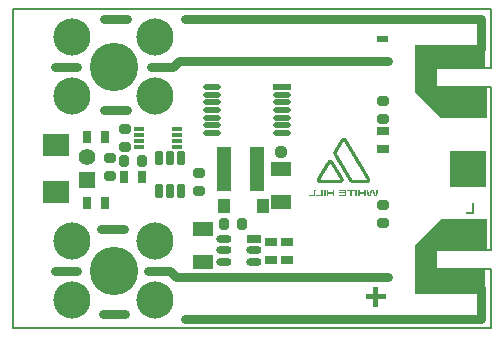
<source format=gbs>
G04*
G04 #@! TF.GenerationSoftware,Altium Limited,Altium Designer,20.0.11 (256)*
G04*
G04 Layer_Color=16711935*
%FSLAX25Y25*%
%MOIN*%
G70*
G01*
G75*
%ADD10C,0.03000*%
%ADD11C,0.00600*%
%ADD12R,0.03943X0.03156*%
%ADD14R,0.03156X0.03943*%
G04:AMPARAMS|DCode=15|XSize=39.43mil|YSize=31.56mil|CornerRadius=6.13mil|HoleSize=0mil|Usage=FLASHONLY|Rotation=270.000|XOffset=0mil|YOffset=0mil|HoleType=Round|Shape=RoundedRectangle|*
%AMROUNDEDRECTD15*
21,1,0.03943,0.01929,0,0,270.0*
21,1,0.02717,0.03156,0,0,270.0*
1,1,0.01227,-0.00965,-0.01358*
1,1,0.01227,-0.00965,0.01358*
1,1,0.01227,0.00965,0.01358*
1,1,0.01227,0.00965,-0.01358*
%
%ADD15ROUNDEDRECTD15*%
G04:AMPARAMS|DCode=16|XSize=27.62mil|YSize=43.37mil|CornerRadius=4.01mil|HoleSize=0mil|Usage=FLASHONLY|Rotation=0.000|XOffset=0mil|YOffset=0mil|HoleType=Round|Shape=RoundedRectangle|*
%AMROUNDEDRECTD16*
21,1,0.02762,0.03535,0,0,0.0*
21,1,0.01961,0.04337,0,0,0.0*
1,1,0.00802,0.00980,-0.01768*
1,1,0.00802,-0.00980,-0.01768*
1,1,0.00802,-0.00980,0.01768*
1,1,0.00802,0.00980,0.01768*
%
%ADD16ROUNDEDRECTD16*%
%ADD17R,0.03943X0.05124*%
%ADD20R,0.12211X0.12211*%
G04:AMPARAMS|DCode=21|XSize=39.43mil|YSize=31.56mil|CornerRadius=6.13mil|HoleSize=0mil|Usage=FLASHONLY|Rotation=0.000|XOffset=0mil|YOffset=0mil|HoleType=Round|Shape=RoundedRectangle|*
%AMROUNDEDRECTD21*
21,1,0.03943,0.01929,0,0,0.0*
21,1,0.02717,0.03156,0,0,0.0*
1,1,0.01227,0.01358,-0.00965*
1,1,0.01227,-0.01358,-0.00965*
1,1,0.01227,-0.01358,0.00965*
1,1,0.01227,0.01358,0.00965*
%
%ADD21ROUNDEDRECTD21*%
%ADD24R,0.05518X0.05518*%
%ADD25C,0.05518*%
%ADD26C,0.12400*%
%ADD27C,0.16148*%
%ADD64R,0.08900X0.07400*%
%ADD65O,0.05912X0.02172*%
%ADD66R,0.05912X0.02172*%
%ADD67O,0.03550X0.01581*%
%ADD68R,0.07093X0.04731*%
%ADD69C,0.04400*%
%ADD70R,0.05124X0.14967*%
%ADD71R,0.05124X0.02762*%
%ADD72O,0.05124X0.02762*%
G36*
X157449Y94500D02*
X157449Y86664D01*
X141049Y86664D01*
Y80365D01*
X157949D01*
Y69950D01*
X142698D01*
X133949Y78699D01*
X133949Y94500D01*
X157449Y94500D01*
D02*
G37*
G36*
X110349Y63340D02*
X110630D01*
Y63293D01*
X110771D01*
Y63246D01*
X110864D01*
Y63199D01*
X110911D01*
Y63152D01*
X111005D01*
Y63105D01*
X111052D01*
Y63058D01*
X111099D01*
Y63011D01*
X111146D01*
Y62965D01*
X111193D01*
Y62918D01*
X111239D01*
Y62871D01*
Y62824D01*
X111286D01*
Y62777D01*
X111333D01*
Y62730D01*
Y62683D01*
X111380D01*
Y62637D01*
X111427D01*
Y62590D01*
Y62543D01*
X111474D01*
Y62496D01*
Y62449D01*
X111521D01*
Y62402D01*
X111567D01*
Y62355D01*
Y62309D01*
X111614D01*
Y62262D01*
X111661D01*
Y62215D01*
Y62168D01*
X111708D01*
Y62121D01*
Y62074D01*
X111755D01*
Y62027D01*
X111802D01*
Y61980D01*
Y61933D01*
X111849D01*
Y61887D01*
X111896D01*
Y61840D01*
Y61793D01*
X111942D01*
Y61746D01*
Y61699D01*
X111989D01*
Y61652D01*
X112036D01*
Y61605D01*
Y61559D01*
X112083D01*
Y61512D01*
Y61465D01*
X112130D01*
Y61418D01*
X112177D01*
Y61371D01*
Y61324D01*
X112224D01*
Y61277D01*
X112270D01*
Y61230D01*
Y61184D01*
X112317D01*
Y61137D01*
Y61090D01*
X112364D01*
Y61043D01*
X112411D01*
Y60996D01*
Y60949D01*
X112458D01*
Y60902D01*
Y60856D01*
X112505D01*
Y60809D01*
X112552D01*
Y60762D01*
Y60715D01*
X112599D01*
Y60668D01*
Y60621D01*
X112645D01*
Y60574D01*
X112692D01*
Y60527D01*
Y60480D01*
X112739D01*
Y60434D01*
Y60387D01*
X112786D01*
Y60340D01*
X112833D01*
Y60293D01*
Y60246D01*
X112880D01*
Y60199D01*
X112927D01*
Y60152D01*
Y60106D01*
X112973D01*
Y60059D01*
Y60012D01*
X113020D01*
Y59965D01*
X113067D01*
Y59918D01*
Y59871D01*
X113114D01*
Y59824D01*
Y59777D01*
X113161D01*
Y59731D01*
X113208D01*
Y59684D01*
Y59637D01*
X113255D01*
Y59590D01*
Y59543D01*
X113302D01*
Y59496D01*
X113348D01*
Y59449D01*
Y59403D01*
X113395D01*
Y59356D01*
Y59309D01*
X113442D01*
Y59262D01*
X113489D01*
Y59215D01*
Y59168D01*
X113536D01*
Y59121D01*
Y59074D01*
X113583D01*
Y59028D01*
X113630D01*
Y58981D01*
Y58934D01*
X113677D01*
Y58887D01*
Y58840D01*
X113723D01*
Y58793D01*
X113770D01*
Y58746D01*
Y58700D01*
X113817D01*
Y58653D01*
Y58606D01*
X113864D01*
Y58559D01*
X113911D01*
Y58512D01*
Y58465D01*
X113958D01*
Y58418D01*
Y58371D01*
X114005D01*
Y58324D01*
X114051D01*
Y58278D01*
Y58231D01*
X114098D01*
Y58184D01*
Y58137D01*
X114145D01*
Y58090D01*
X114192D01*
Y58043D01*
Y57996D01*
X114239D01*
Y57950D01*
Y57903D01*
X114286D01*
Y57856D01*
X114333D01*
Y57809D01*
Y57762D01*
X114380D01*
Y57715D01*
Y57668D01*
X114427D01*
Y57622D01*
X114473D01*
Y57575D01*
Y57528D01*
X114520D01*
Y57481D01*
Y57434D01*
X114567D01*
Y57387D01*
X114614D01*
Y57340D01*
Y57293D01*
X114661D01*
Y57247D01*
Y57200D01*
X114708D01*
Y57153D01*
Y57106D01*
X114755D01*
Y57059D01*
X114801D01*
Y57012D01*
Y56965D01*
X114848D01*
Y56919D01*
Y56872D01*
X114895D01*
Y56825D01*
X114942D01*
Y56778D01*
Y56731D01*
X114989D01*
Y56684D01*
Y56637D01*
X115036D01*
Y56590D01*
X115083D01*
Y56543D01*
Y56497D01*
X115129D01*
Y56450D01*
Y56403D01*
X115176D01*
Y56356D01*
X115223D01*
Y56309D01*
Y56262D01*
X115270D01*
Y56215D01*
Y56169D01*
X115317D01*
Y56122D01*
X115364D01*
Y56075D01*
Y56028D01*
X115411D01*
Y55981D01*
Y55934D01*
X115458D01*
Y55887D01*
X115505D01*
Y55840D01*
Y55794D01*
X115551D01*
Y55747D01*
Y55700D01*
X115598D01*
Y55653D01*
X115645D01*
Y55606D01*
Y55559D01*
X115692D01*
Y55512D01*
Y55466D01*
X115739D01*
Y55419D01*
X115786D01*
Y55372D01*
Y55325D01*
X115833D01*
Y55278D01*
Y55231D01*
X115879D01*
Y55184D01*
Y55137D01*
X115926D01*
Y55090D01*
X115973D01*
Y55044D01*
Y54997D01*
X116020D01*
Y54950D01*
Y54903D01*
X116067D01*
Y54856D01*
X116114D01*
Y54809D01*
Y54763D01*
X116161D01*
Y54716D01*
Y54669D01*
X116208D01*
Y54622D01*
X116254D01*
Y54575D01*
Y54528D01*
X116301D01*
Y54481D01*
Y54434D01*
X116348D01*
Y54387D01*
X116395D01*
Y54341D01*
Y54294D01*
X116442D01*
Y54247D01*
Y54200D01*
X116489D01*
Y54153D01*
X116536D01*
Y54106D01*
Y54059D01*
X116583D01*
Y54013D01*
Y53966D01*
X116629D01*
Y53919D01*
X116676D01*
Y53872D01*
Y53825D01*
X116723D01*
Y53778D01*
Y53731D01*
X116770D01*
Y53685D01*
Y53638D01*
X116817D01*
Y53591D01*
X116864D01*
Y53544D01*
Y53497D01*
X116911D01*
Y53450D01*
Y53403D01*
X116957D01*
Y53356D01*
X117004D01*
Y53310D01*
Y53263D01*
X117051D01*
Y53216D01*
Y53169D01*
X117098D01*
Y53122D01*
X117145D01*
Y53075D01*
Y53028D01*
X117192D01*
Y52981D01*
Y52934D01*
X117239D01*
Y52888D01*
X117286D01*
Y52841D01*
Y52794D01*
X117332D01*
Y52747D01*
Y52700D01*
X117379D01*
Y52653D01*
X117426D01*
Y52606D01*
Y52560D01*
X117473D01*
Y52513D01*
Y52466D01*
X117520D01*
Y52419D01*
X117567D01*
Y52372D01*
Y52325D01*
X117614D01*
Y52278D01*
Y52232D01*
X117660D01*
Y52185D01*
Y52138D01*
X117707D01*
Y52091D01*
X117754D01*
Y52044D01*
Y51997D01*
X117801D01*
Y51950D01*
Y51903D01*
X117848D01*
Y51856D01*
X117895D01*
Y51810D01*
Y51763D01*
X117942D01*
Y51716D01*
Y51669D01*
X117989D01*
Y51622D01*
X118035D01*
Y51575D01*
Y51528D01*
X118082D01*
Y51482D01*
Y51435D01*
X118129D01*
Y51388D01*
X118176D01*
Y51341D01*
Y51294D01*
X118223D01*
Y51247D01*
Y51200D01*
X118270D01*
Y51153D01*
X118317D01*
Y51107D01*
Y51060D01*
X118363D01*
Y51013D01*
Y50966D01*
X118410D01*
Y50919D01*
Y50872D01*
X118457D01*
Y50825D01*
X118504D01*
Y50779D01*
Y50732D01*
X118551D01*
Y50685D01*
Y50638D01*
X118598D01*
Y50591D01*
X118645D01*
Y50544D01*
Y50497D01*
X118692D01*
Y50450D01*
Y50404D01*
X118738D01*
Y50357D01*
X118785D01*
Y50310D01*
Y50263D01*
X118832D01*
Y50216D01*
Y50169D01*
X118879D01*
Y50122D01*
Y50076D01*
X118926D01*
Y50029D01*
Y49982D01*
X118973D01*
Y49935D01*
Y49888D01*
X119020D01*
Y49841D01*
Y49794D01*
Y49747D01*
Y49700D01*
X119067D01*
Y49654D01*
Y49607D01*
Y49560D01*
Y49513D01*
X119020D01*
Y49466D01*
Y49419D01*
Y49372D01*
Y49326D01*
Y49279D01*
Y49232D01*
Y49185D01*
Y49138D01*
X118973D01*
Y49091D01*
Y49044D01*
Y48998D01*
X118926D01*
Y48951D01*
Y48904D01*
X118879D01*
Y48857D01*
Y48810D01*
X118832D01*
Y48763D01*
Y48716D01*
X118785D01*
Y48669D01*
X118738D01*
Y48623D01*
X118692D01*
Y48576D01*
X118645D01*
Y48529D01*
X118598D01*
Y48482D01*
X118504D01*
Y48435D01*
X118410D01*
Y48388D01*
X118317D01*
Y48341D01*
X118129D01*
Y48294D01*
X113208D01*
Y48341D01*
X112833D01*
Y48388D01*
X112692D01*
Y48435D01*
X112599D01*
Y48482D01*
X112552D01*
Y48529D01*
X112458D01*
Y48576D01*
X112411D01*
Y48623D01*
X112364D01*
Y48669D01*
X112317D01*
Y48716D01*
X112270D01*
Y48763D01*
X112224D01*
Y48810D01*
Y48857D01*
X112177D01*
Y48904D01*
X112130D01*
Y48951D01*
Y48998D01*
X112083D01*
Y49044D01*
Y49091D01*
X112036D01*
Y49138D01*
X111989D01*
Y49185D01*
Y49232D01*
X111942D01*
Y49279D01*
X111896D01*
Y49326D01*
Y49372D01*
X111849D01*
Y49419D01*
Y49466D01*
X111802D01*
Y49513D01*
X111755D01*
Y49560D01*
Y49607D01*
X111708D01*
Y49654D01*
Y49700D01*
X111661D01*
Y49747D01*
X111614D01*
Y49794D01*
Y49841D01*
X111567D01*
Y49888D01*
Y49935D01*
X111521D01*
Y49982D01*
X111474D01*
Y50029D01*
Y50076D01*
X111427D01*
Y50122D01*
Y50169D01*
X111380D01*
Y50216D01*
X111333D01*
Y50263D01*
Y50310D01*
X111286D01*
Y50357D01*
Y50404D01*
X111239D01*
Y50450D01*
X111193D01*
Y50497D01*
Y50544D01*
X111146D01*
Y50591D01*
Y50638D01*
X111099D01*
Y50685D01*
X111052D01*
Y50732D01*
Y50779D01*
X111005D01*
Y50825D01*
Y50872D01*
X110958D01*
Y50919D01*
X110911D01*
Y50966D01*
Y51013D01*
X110864D01*
Y51060D01*
Y51107D01*
X110818D01*
Y51153D01*
X110771D01*
Y51200D01*
Y51247D01*
X110724D01*
Y51294D01*
Y51341D01*
X110677D01*
Y51388D01*
X110630D01*
Y51435D01*
Y51482D01*
X110583D01*
Y51528D01*
Y51575D01*
X110536D01*
Y51622D01*
X110489D01*
Y51669D01*
Y51716D01*
X110443D01*
Y51763D01*
Y51810D01*
X110396D01*
Y51856D01*
X110349D01*
Y51903D01*
Y51950D01*
X110302D01*
Y51997D01*
Y52044D01*
X110255D01*
Y52091D01*
X110208D01*
Y52138D01*
Y52185D01*
X110161D01*
Y52232D01*
Y52278D01*
X110115D01*
Y52325D01*
Y52372D01*
X110068D01*
Y52419D01*
X110021D01*
Y52466D01*
Y52513D01*
X109974D01*
Y52560D01*
Y52606D01*
X109927D01*
Y52653D01*
X109880D01*
Y52700D01*
Y52747D01*
X109833D01*
Y52794D01*
Y52841D01*
X109786D01*
Y52888D01*
X109739D01*
Y52934D01*
Y52981D01*
X109693D01*
Y53028D01*
Y53075D01*
X109646D01*
Y53122D01*
X109599D01*
Y53169D01*
Y53216D01*
X109552D01*
Y53263D01*
Y53310D01*
X109505D01*
Y53356D01*
X109458D01*
Y53403D01*
Y53450D01*
X109411D01*
Y53497D01*
Y53544D01*
X109365D01*
Y53591D01*
Y53638D01*
X109318D01*
Y53685D01*
X109271D01*
Y53731D01*
Y53778D01*
X109224D01*
Y53825D01*
Y53872D01*
X109177D01*
Y53919D01*
X109130D01*
Y53966D01*
Y54013D01*
X109083D01*
Y54059D01*
Y54106D01*
X109037D01*
Y54153D01*
X108990D01*
Y54200D01*
Y54247D01*
X108943D01*
Y54294D01*
Y54341D01*
X108896D01*
Y54387D01*
Y54434D01*
X108849D01*
Y54481D01*
X108802D01*
Y54528D01*
Y54575D01*
X108755D01*
Y54622D01*
Y54669D01*
X108708D01*
Y54716D01*
X108661D01*
Y54763D01*
Y54809D01*
X108615D01*
Y54856D01*
Y54903D01*
X108568D01*
Y54950D01*
X108521D01*
Y54997D01*
Y55044D01*
X108474D01*
Y55090D01*
Y55137D01*
X108427D01*
Y55184D01*
Y55231D01*
X108380D01*
Y55278D01*
X108333D01*
Y55325D01*
Y55372D01*
X108287D01*
Y55419D01*
Y55466D01*
X108240D01*
Y55512D01*
X108193D01*
Y55559D01*
Y55606D01*
X108146D01*
Y55653D01*
Y55700D01*
X108099D01*
Y55747D01*
Y55794D01*
X108052D01*
Y55840D01*
X108005D01*
Y55887D01*
Y55934D01*
X107958D01*
Y55981D01*
Y56028D01*
X107912D01*
Y56075D01*
X107865D01*
Y56122D01*
Y56169D01*
X107818D01*
Y56215D01*
Y56262D01*
X107771D01*
Y56309D01*
X107724D01*
Y56356D01*
Y56403D01*
X107677D01*
Y56450D01*
Y56497D01*
X107630D01*
Y56543D01*
Y56590D01*
X107583D01*
Y56637D01*
X107537D01*
Y56684D01*
Y56731D01*
X107490D01*
Y56778D01*
Y56825D01*
X107443D01*
Y56872D01*
Y56919D01*
X107396D01*
Y56965D01*
X107349D01*
Y57012D01*
Y57059D01*
X107302D01*
Y57106D01*
Y57153D01*
X107255D01*
Y57200D01*
X107209D01*
Y57247D01*
Y57293D01*
X107162D01*
Y57340D01*
Y57387D01*
X107115D01*
Y57434D01*
Y57481D01*
X107068D01*
Y57528D01*
X107021D01*
Y57575D01*
Y57622D01*
X106974D01*
Y57668D01*
Y57715D01*
X106927D01*
Y57762D01*
Y57809D01*
X106880D01*
Y57856D01*
Y57903D01*
X106834D01*
Y57950D01*
Y57996D01*
X106787D01*
Y58043D01*
Y58090D01*
Y58137D01*
Y58184D01*
Y58231D01*
Y58278D01*
Y58324D01*
Y58371D01*
Y58418D01*
Y58465D01*
Y58512D01*
X106834D01*
Y58559D01*
Y58606D01*
X106880D01*
Y58653D01*
Y58700D01*
Y58746D01*
X106927D01*
Y58793D01*
Y58840D01*
X106974D01*
Y58887D01*
Y58934D01*
X107021D01*
Y58981D01*
Y59028D01*
X107068D01*
Y59074D01*
Y59121D01*
X107115D01*
Y59168D01*
Y59215D01*
X107162D01*
Y59262D01*
X107209D01*
Y59309D01*
Y59356D01*
X107255D01*
Y59403D01*
Y59449D01*
X107302D01*
Y59496D01*
Y59543D01*
X107349D01*
Y59590D01*
Y59637D01*
X107396D01*
Y59684D01*
X107443D01*
Y59731D01*
Y59777D01*
X107490D01*
Y59824D01*
Y59871D01*
X107537D01*
Y59918D01*
X107583D01*
Y59965D01*
Y60012D01*
X107630D01*
Y60059D01*
Y60106D01*
X107677D01*
Y60152D01*
Y60199D01*
X107724D01*
Y60246D01*
X107771D01*
Y60293D01*
Y60340D01*
X107818D01*
Y60387D01*
Y60434D01*
X107865D01*
Y60480D01*
X107912D01*
Y60527D01*
Y60574D01*
X107958D01*
Y60621D01*
Y60668D01*
X108005D01*
Y60715D01*
X108052D01*
Y60762D01*
Y60809D01*
X108099D01*
Y60856D01*
Y60902D01*
X108146D01*
Y60949D01*
X108193D01*
Y60996D01*
Y61043D01*
X108240D01*
Y61090D01*
Y61137D01*
X108287D01*
Y61184D01*
X108333D01*
Y61230D01*
Y61277D01*
X108380D01*
Y61324D01*
X108427D01*
Y61371D01*
Y61418D01*
X108474D01*
Y61465D01*
Y61512D01*
X108521D01*
Y61559D01*
X108568D01*
Y61605D01*
Y61652D01*
X108615D01*
Y61699D01*
Y61746D01*
X108661D01*
Y61793D01*
X108708D01*
Y61840D01*
Y61887D01*
X108755D01*
Y61933D01*
X108802D01*
Y61980D01*
Y62027D01*
X108849D01*
Y62074D01*
Y62121D01*
X108896D01*
Y62168D01*
X108943D01*
Y62215D01*
Y62262D01*
X108990D01*
Y62309D01*
X109037D01*
Y62355D01*
Y62402D01*
X109083D01*
Y62449D01*
Y62496D01*
X109130D01*
Y62543D01*
X109177D01*
Y62590D01*
X109224D01*
Y62637D01*
Y62683D01*
X109271D01*
Y62730D01*
X109318D01*
Y62777D01*
Y62824D01*
X109365D01*
Y62871D01*
X109411D01*
Y62918D01*
Y62965D01*
X109458D01*
Y63011D01*
X109505D01*
Y63058D01*
X109552D01*
Y63105D01*
X109599D01*
Y63152D01*
X109693D01*
Y63199D01*
X109739D01*
Y63246D01*
X109880D01*
Y63293D01*
X110021D01*
Y63340D01*
X110255D01*
Y63386D01*
X110349D01*
Y63340D01*
D02*
G37*
G36*
X105896Y56075D02*
X106131D01*
Y56028D01*
X106271D01*
Y55981D01*
X106365D01*
Y55934D01*
X106459D01*
Y55887D01*
X106506D01*
Y55840D01*
X106552D01*
Y55794D01*
Y55747D01*
X106599D01*
Y55700D01*
X106646D01*
Y55653D01*
X106693D01*
Y55606D01*
Y55559D01*
X106740D01*
Y55512D01*
X106787D01*
Y55466D01*
Y55419D01*
X106834D01*
Y55372D01*
X106880D01*
Y55325D01*
Y55278D01*
X106927D01*
Y55231D01*
Y55184D01*
X106974D01*
Y55137D01*
X107021D01*
Y55090D01*
Y55044D01*
X107068D01*
Y54997D01*
X107115D01*
Y54950D01*
Y54903D01*
X107162D01*
Y54856D01*
X107209D01*
Y54809D01*
Y54763D01*
X107255D01*
Y54716D01*
X107302D01*
Y54669D01*
Y54622D01*
X107349D01*
Y54575D01*
Y54528D01*
X107396D01*
Y54481D01*
X107443D01*
Y54434D01*
Y54387D01*
X107490D01*
Y54341D01*
X107537D01*
Y54294D01*
Y54247D01*
X107583D01*
Y54200D01*
Y54153D01*
X107630D01*
Y54106D01*
X107677D01*
Y54059D01*
Y54013D01*
X107724D01*
Y53966D01*
X107771D01*
Y53919D01*
Y53872D01*
X107818D01*
Y53825D01*
Y53778D01*
X107865D01*
Y53731D01*
X107912D01*
Y53685D01*
Y53638D01*
X107958D01*
Y53591D01*
X108005D01*
Y53544D01*
Y53497D01*
X108052D01*
Y53450D01*
Y53403D01*
X108099D01*
Y53356D01*
X108146D01*
Y53310D01*
Y53263D01*
X108193D01*
Y53216D01*
Y53169D01*
X108240D01*
Y53122D01*
X108287D01*
Y53075D01*
Y53028D01*
X108333D01*
Y52981D01*
X108380D01*
Y52934D01*
Y52888D01*
X108427D01*
Y52841D01*
Y52794D01*
X108474D01*
Y52747D01*
X108521D01*
Y52700D01*
Y52653D01*
X108568D01*
Y52606D01*
Y52560D01*
X108615D01*
Y52513D01*
X108661D01*
Y52466D01*
Y52419D01*
X108708D01*
Y52372D01*
Y52325D01*
X108755D01*
Y52278D01*
X108802D01*
Y52232D01*
Y52185D01*
X108849D01*
Y52138D01*
Y52091D01*
X108896D01*
Y52044D01*
X108943D01*
Y51997D01*
Y51950D01*
X108990D01*
Y51903D01*
Y51856D01*
X109037D01*
Y51810D01*
X109083D01*
Y51763D01*
Y51716D01*
X109130D01*
Y51669D01*
Y51622D01*
X109177D01*
Y51575D01*
X109224D01*
Y51528D01*
Y51482D01*
X109271D01*
Y51435D01*
Y51388D01*
X109318D01*
Y51341D01*
X109365D01*
Y51294D01*
Y51247D01*
X109411D01*
Y51200D01*
Y51153D01*
X109458D01*
Y51107D01*
Y51060D01*
X109505D01*
Y51013D01*
X109552D01*
Y50966D01*
Y50919D01*
X109599D01*
Y50872D01*
Y50825D01*
X109646D01*
Y50779D01*
X109693D01*
Y50732D01*
Y50685D01*
X109739D01*
Y50638D01*
Y50591D01*
X109786D01*
Y50544D01*
Y50497D01*
X109833D01*
Y50450D01*
X109880D01*
Y50404D01*
Y50357D01*
X109927D01*
Y50310D01*
Y50263D01*
X109974D01*
Y50216D01*
Y50169D01*
X110021D01*
Y50122D01*
X110068D01*
Y50076D01*
Y50029D01*
X110115D01*
Y49982D01*
Y49935D01*
X110161D01*
Y49888D01*
Y49841D01*
X110208D01*
Y49794D01*
Y49747D01*
X110255D01*
Y49700D01*
Y49654D01*
X110302D01*
Y49607D01*
Y49560D01*
Y49513D01*
Y49466D01*
Y49419D01*
Y49372D01*
Y49326D01*
Y49279D01*
Y49232D01*
Y49185D01*
Y49138D01*
X110255D01*
Y49091D01*
Y49044D01*
Y48998D01*
X110208D01*
Y48951D01*
Y48904D01*
X110161D01*
Y48857D01*
Y48810D01*
X110115D01*
Y48763D01*
X110068D01*
Y48716D01*
X110021D01*
Y48669D01*
Y48623D01*
X109974D01*
Y48576D01*
X109927D01*
Y48529D01*
X109833D01*
Y48482D01*
X109786D01*
Y48435D01*
X109693D01*
Y48388D01*
X109552D01*
Y48341D01*
X108990D01*
Y48294D01*
X103834D01*
Y48341D01*
X101959D01*
Y48388D01*
X101912D01*
Y48435D01*
X101819D01*
Y48482D01*
X101772D01*
Y48529D01*
X101725D01*
Y48576D01*
X101631D01*
Y48623D01*
X101584D01*
Y48669D01*
Y48716D01*
X101537D01*
Y48763D01*
X101490D01*
Y48810D01*
X101444D01*
Y48857D01*
Y48904D01*
X101397D01*
Y48951D01*
Y48998D01*
X101350D01*
Y49044D01*
Y49091D01*
Y49138D01*
X101303D01*
Y49185D01*
Y49232D01*
Y49279D01*
Y49326D01*
Y49372D01*
Y49419D01*
Y49466D01*
Y49513D01*
Y49560D01*
Y49607D01*
Y49654D01*
Y49700D01*
X101350D01*
Y49747D01*
Y49794D01*
X101397D01*
Y49841D01*
Y49888D01*
X101444D01*
Y49935D01*
Y49982D01*
X101490D01*
Y50029D01*
Y50076D01*
X101537D01*
Y50122D01*
Y50169D01*
X101584D01*
Y50216D01*
X101631D01*
Y50263D01*
Y50310D01*
X101678D01*
Y50357D01*
Y50404D01*
X101725D01*
Y50450D01*
Y50497D01*
X101772D01*
Y50544D01*
X101819D01*
Y50591D01*
Y50638D01*
X101865D01*
Y50685D01*
Y50732D01*
X101912D01*
Y50779D01*
X101959D01*
Y50825D01*
Y50872D01*
X102006D01*
Y50919D01*
Y50966D01*
X102053D01*
Y51013D01*
X102100D01*
Y51060D01*
Y51107D01*
X102147D01*
Y51153D01*
Y51200D01*
X102193D01*
Y51247D01*
X102240D01*
Y51294D01*
Y51341D01*
X102287D01*
Y51388D01*
Y51435D01*
X102334D01*
Y51482D01*
X102381D01*
Y51528D01*
Y51575D01*
X102428D01*
Y51622D01*
Y51669D01*
X102475D01*
Y51716D01*
X102522D01*
Y51763D01*
Y51810D01*
X102568D01*
Y51856D01*
Y51903D01*
X102615D01*
Y51950D01*
X102662D01*
Y51997D01*
Y52044D01*
X102709D01*
Y52091D01*
Y52138D01*
X102756D01*
Y52185D01*
X102803D01*
Y52232D01*
Y52278D01*
X102850D01*
Y52325D01*
X102897D01*
Y52372D01*
Y52419D01*
X102943D01*
Y52466D01*
Y52513D01*
X102990D01*
Y52560D01*
X103037D01*
Y52606D01*
Y52653D01*
X103084D01*
Y52700D01*
Y52747D01*
X103131D01*
Y52794D01*
X103178D01*
Y52841D01*
Y52888D01*
X103225D01*
Y52934D01*
Y52981D01*
X103271D01*
Y53028D01*
X103318D01*
Y53075D01*
Y53122D01*
X103365D01*
Y53169D01*
Y53216D01*
X103412D01*
Y53263D01*
X103459D01*
Y53310D01*
Y53356D01*
X103506D01*
Y53403D01*
Y53450D01*
X103553D01*
Y53497D01*
X103600D01*
Y53544D01*
Y53591D01*
X103647D01*
Y53638D01*
Y53685D01*
X103693D01*
Y53731D01*
X103740D01*
Y53778D01*
Y53825D01*
X103787D01*
Y53872D01*
Y53919D01*
X103834D01*
Y53966D01*
X103881D01*
Y54013D01*
Y54059D01*
X103928D01*
Y54106D01*
X103975D01*
Y54153D01*
Y54200D01*
X104021D01*
Y54247D01*
Y54294D01*
X104068D01*
Y54341D01*
X104115D01*
Y54387D01*
Y54434D01*
X104162D01*
Y54481D01*
Y54528D01*
X104209D01*
Y54575D01*
X104256D01*
Y54622D01*
Y54669D01*
X104303D01*
Y54716D01*
X104350D01*
Y54763D01*
Y54809D01*
X104396D01*
Y54856D01*
Y54903D01*
X104443D01*
Y54950D01*
X104490D01*
Y54997D01*
Y55044D01*
X104537D01*
Y55090D01*
X104584D01*
Y55137D01*
Y55184D01*
X104631D01*
Y55231D01*
X104678D01*
Y55278D01*
Y55325D01*
X104725D01*
Y55372D01*
X104771D01*
Y55419D01*
Y55466D01*
X104818D01*
Y55512D01*
X104865D01*
Y55559D01*
Y55606D01*
X104912D01*
Y55653D01*
X104959D01*
Y55700D01*
X105006D01*
Y55747D01*
X105053D01*
Y55794D01*
X105099D01*
Y55840D01*
X105146D01*
Y55887D01*
X105193D01*
Y55934D01*
X105240D01*
Y55981D01*
X105334D01*
Y56028D01*
X105428D01*
Y56075D01*
X105662D01*
Y56122D01*
X105896D01*
Y56075D01*
D02*
G37*
G36*
X117567Y46139D02*
Y46092D01*
Y46045D01*
Y45998D01*
Y45951D01*
Y45904D01*
Y45857D01*
Y45810D01*
Y45763D01*
Y45717D01*
Y45670D01*
Y45623D01*
Y45576D01*
Y45529D01*
Y45482D01*
Y45435D01*
Y45388D01*
Y45342D01*
Y45295D01*
Y45248D01*
Y45201D01*
Y45154D01*
Y45107D01*
Y45060D01*
Y45014D01*
Y44967D01*
Y44920D01*
Y44873D01*
Y44826D01*
Y44779D01*
Y44732D01*
Y44686D01*
Y44639D01*
Y44592D01*
Y44545D01*
Y44498D01*
Y44451D01*
Y44404D01*
Y44357D01*
Y44311D01*
Y44264D01*
Y44217D01*
Y44170D01*
Y44123D01*
Y44076D01*
Y44029D01*
Y43982D01*
X117004D01*
Y44029D01*
Y44076D01*
Y44123D01*
Y44170D01*
Y44217D01*
Y44264D01*
Y44311D01*
Y44357D01*
Y44404D01*
Y44451D01*
Y44498D01*
Y44545D01*
Y44592D01*
Y44639D01*
Y44686D01*
Y44732D01*
Y44779D01*
Y44826D01*
X115598D01*
Y44779D01*
Y44732D01*
Y44686D01*
Y44639D01*
Y44592D01*
Y44545D01*
Y44498D01*
Y44451D01*
Y44404D01*
Y44357D01*
Y44311D01*
Y44264D01*
Y44217D01*
Y44170D01*
Y44123D01*
Y44076D01*
Y44029D01*
Y43982D01*
X115129D01*
Y44029D01*
Y44076D01*
Y44123D01*
Y44170D01*
Y44217D01*
Y44264D01*
Y44311D01*
Y44357D01*
Y44404D01*
Y44451D01*
Y44498D01*
Y44545D01*
Y44592D01*
Y44639D01*
Y44686D01*
Y44732D01*
Y44779D01*
Y44826D01*
Y44873D01*
Y44920D01*
Y44967D01*
Y45014D01*
Y45060D01*
Y45107D01*
Y45154D01*
Y45201D01*
Y45248D01*
Y45295D01*
Y45342D01*
Y45388D01*
Y45435D01*
Y45482D01*
Y45529D01*
Y45576D01*
Y45623D01*
Y45670D01*
Y45717D01*
Y45763D01*
Y45810D01*
Y45857D01*
Y45904D01*
Y45951D01*
Y45998D01*
Y46045D01*
Y46092D01*
Y46139D01*
Y46185D01*
X115645D01*
Y46139D01*
Y46092D01*
Y46045D01*
Y45998D01*
Y45951D01*
Y45904D01*
Y45857D01*
Y45810D01*
Y45763D01*
Y45717D01*
Y45670D01*
Y45623D01*
Y45576D01*
Y45529D01*
Y45482D01*
Y45435D01*
Y45388D01*
Y45342D01*
X116254D01*
Y45388D01*
X116442D01*
Y45342D01*
X117004D01*
Y45388D01*
Y45435D01*
Y45482D01*
Y45529D01*
Y45576D01*
Y45623D01*
Y45670D01*
Y45717D01*
Y45763D01*
Y45810D01*
Y45857D01*
Y45904D01*
Y45951D01*
Y45998D01*
Y46045D01*
Y46092D01*
Y46139D01*
Y46185D01*
X117567D01*
Y46139D01*
D02*
G37*
G36*
X107115D02*
Y46092D01*
Y46045D01*
Y45998D01*
Y45951D01*
Y45904D01*
Y45857D01*
Y45810D01*
Y45763D01*
Y45717D01*
Y45670D01*
Y45623D01*
Y45576D01*
Y45529D01*
Y45482D01*
Y45435D01*
Y45388D01*
X107162D01*
Y45342D01*
Y45295D01*
Y45248D01*
Y45201D01*
Y45154D01*
Y45107D01*
Y45060D01*
Y45014D01*
Y44967D01*
Y44920D01*
Y44873D01*
Y44826D01*
Y44779D01*
Y44732D01*
Y44686D01*
Y44639D01*
Y44592D01*
Y44545D01*
Y44498D01*
Y44451D01*
Y44404D01*
Y44357D01*
Y44311D01*
Y44264D01*
Y44217D01*
Y44170D01*
Y44123D01*
Y44076D01*
Y44029D01*
Y43982D01*
X106599D01*
Y44029D01*
Y44076D01*
Y44123D01*
Y44170D01*
Y44217D01*
Y44264D01*
Y44311D01*
Y44357D01*
Y44404D01*
Y44451D01*
Y44498D01*
Y44545D01*
Y44592D01*
Y44639D01*
Y44686D01*
Y44732D01*
Y44779D01*
Y44826D01*
X105193D01*
Y44779D01*
Y44732D01*
Y44686D01*
Y44639D01*
Y44592D01*
Y44545D01*
Y44498D01*
Y44451D01*
Y44404D01*
Y44357D01*
Y44311D01*
Y44264D01*
Y44217D01*
Y44170D01*
Y44123D01*
Y44076D01*
Y44029D01*
Y43982D01*
X104678D01*
Y44029D01*
Y44076D01*
Y44123D01*
Y44170D01*
Y44217D01*
Y44264D01*
Y44311D01*
Y44357D01*
Y44404D01*
Y44451D01*
Y44498D01*
Y44545D01*
Y44592D01*
Y44639D01*
Y44686D01*
Y44732D01*
Y44779D01*
Y44826D01*
Y44873D01*
Y44920D01*
Y44967D01*
Y45014D01*
Y45060D01*
Y45107D01*
Y45154D01*
Y45201D01*
Y45248D01*
Y45295D01*
Y45342D01*
Y45388D01*
Y45435D01*
Y45482D01*
Y45529D01*
Y45576D01*
Y45623D01*
Y45670D01*
Y45717D01*
Y45763D01*
Y45810D01*
Y45857D01*
Y45904D01*
Y45951D01*
Y45998D01*
Y46045D01*
Y46092D01*
Y46139D01*
Y46185D01*
X105193D01*
Y46139D01*
Y46092D01*
Y46045D01*
Y45998D01*
Y45951D01*
Y45904D01*
Y45857D01*
Y45810D01*
Y45763D01*
Y45717D01*
Y45670D01*
Y45623D01*
Y45576D01*
Y45529D01*
Y45482D01*
Y45435D01*
Y45388D01*
Y45342D01*
X106599D01*
Y45388D01*
Y45435D01*
Y45482D01*
Y45529D01*
Y45576D01*
Y45623D01*
Y45670D01*
Y45717D01*
Y45763D01*
Y45810D01*
Y45857D01*
Y45904D01*
Y45951D01*
Y45998D01*
Y46045D01*
Y46092D01*
Y46139D01*
Y46185D01*
X107115D01*
Y46139D01*
D02*
G37*
G36*
X121691D02*
X121738D01*
Y46092D01*
Y46045D01*
Y45998D01*
Y45951D01*
Y45904D01*
Y45857D01*
X121691D01*
Y45810D01*
Y45763D01*
Y45717D01*
Y45670D01*
Y45623D01*
Y45576D01*
X121644D01*
Y45529D01*
Y45482D01*
Y45435D01*
Y45388D01*
Y45342D01*
X121598D01*
Y45295D01*
Y45248D01*
Y45201D01*
Y45154D01*
Y45107D01*
Y45060D01*
X121551D01*
Y45014D01*
Y44967D01*
Y44920D01*
Y44873D01*
Y44826D01*
Y44779D01*
X121504D01*
Y44732D01*
Y44686D01*
Y44639D01*
Y44592D01*
Y44545D01*
Y44498D01*
X121457D01*
Y44451D01*
Y44404D01*
Y44357D01*
Y44311D01*
X121410D01*
Y44264D01*
Y44217D01*
X121363D01*
Y44170D01*
Y44123D01*
X121316D01*
Y44076D01*
X121223D01*
Y44029D01*
X121129D01*
Y43982D01*
X120660D01*
Y44029D01*
X120519D01*
Y44076D01*
X120473D01*
Y44123D01*
X120426D01*
Y44170D01*
X120379D01*
Y44217D01*
Y44264D01*
Y44311D01*
X120332D01*
Y44357D01*
Y44404D01*
X120285D01*
Y44451D01*
Y44498D01*
Y44545D01*
X120238D01*
Y44592D01*
Y44639D01*
Y44686D01*
X120191D01*
Y44732D01*
Y44779D01*
Y44826D01*
X120145D01*
Y44873D01*
Y44920D01*
Y44967D01*
X120098D01*
Y45014D01*
Y45060D01*
Y45107D01*
X120051D01*
Y45154D01*
Y45201D01*
Y45248D01*
Y45295D01*
X120004D01*
Y45342D01*
Y45388D01*
Y45435D01*
X119957D01*
Y45482D01*
Y45529D01*
Y45576D01*
Y45623D01*
X119910D01*
Y45670D01*
Y45717D01*
X119863D01*
Y45763D01*
X119817D01*
Y45717D01*
X119770D01*
Y45670D01*
X119723D01*
Y45623D01*
Y45576D01*
X119676D01*
Y45529D01*
Y45482D01*
Y45435D01*
X119629D01*
Y45388D01*
Y45342D01*
Y45295D01*
X119582D01*
Y45248D01*
Y45201D01*
Y45154D01*
Y45107D01*
X119535D01*
Y45060D01*
Y45014D01*
Y44967D01*
X119488D01*
Y44920D01*
Y44873D01*
Y44826D01*
Y44779D01*
X119441D01*
Y44732D01*
Y44686D01*
Y44639D01*
X119395D01*
Y44592D01*
Y44545D01*
Y44498D01*
X119348D01*
Y44451D01*
Y44404D01*
Y44357D01*
X119301D01*
Y44311D01*
Y44264D01*
X119254D01*
Y44217D01*
Y44170D01*
X119207D01*
Y44123D01*
X119160D01*
Y44076D01*
X119113D01*
Y44029D01*
X119020D01*
Y43982D01*
X118551D01*
Y44029D01*
X118457D01*
Y44076D01*
X118410D01*
Y44123D01*
X118363D01*
Y44170D01*
X118317D01*
Y44217D01*
X118270D01*
Y44264D01*
Y44311D01*
X118223D01*
Y44357D01*
Y44404D01*
Y44451D01*
Y44498D01*
X118176D01*
Y44545D01*
Y44592D01*
Y44639D01*
Y44686D01*
X118129D01*
Y44732D01*
Y44779D01*
Y44826D01*
Y44873D01*
Y44920D01*
X118082D01*
Y44967D01*
Y45014D01*
Y45060D01*
Y45107D01*
Y45154D01*
X118035D01*
Y45201D01*
Y45248D01*
Y45295D01*
Y45342D01*
Y45388D01*
X117989D01*
Y45435D01*
Y45482D01*
Y45529D01*
Y45576D01*
Y45623D01*
X117942D01*
Y45670D01*
Y45717D01*
Y45763D01*
Y45810D01*
Y45857D01*
Y45904D01*
X117895D01*
Y45951D01*
Y45998D01*
Y46045D01*
Y46092D01*
Y46139D01*
X117942D01*
Y46185D01*
X118317D01*
Y46139D01*
X118363D01*
Y46092D01*
X118410D01*
Y46045D01*
Y45998D01*
Y45951D01*
X118457D01*
Y45904D01*
Y45857D01*
Y45810D01*
Y45763D01*
Y45717D01*
X118504D01*
Y45670D01*
Y45623D01*
Y45576D01*
Y45529D01*
Y45482D01*
Y45435D01*
X118551D01*
Y45388D01*
Y45342D01*
Y45295D01*
Y45248D01*
Y45201D01*
Y45154D01*
X118598D01*
Y45107D01*
Y45060D01*
Y45014D01*
Y44967D01*
Y44920D01*
Y44873D01*
X118645D01*
Y44826D01*
Y44779D01*
Y44732D01*
Y44686D01*
X118692D01*
Y44639D01*
Y44592D01*
Y44545D01*
X118738D01*
Y44498D01*
X118879D01*
Y44545D01*
X118926D01*
Y44592D01*
Y44639D01*
Y44686D01*
X118973D01*
Y44732D01*
Y44779D01*
Y44826D01*
X119020D01*
Y44873D01*
Y44920D01*
Y44967D01*
Y45014D01*
X119067D01*
Y45060D01*
Y45107D01*
Y45154D01*
Y45201D01*
X119113D01*
Y45248D01*
Y45295D01*
Y45342D01*
X119160D01*
Y45388D01*
Y45435D01*
Y45482D01*
Y45529D01*
X119207D01*
Y45576D01*
Y45623D01*
Y45670D01*
X119254D01*
Y45717D01*
Y45763D01*
X119301D01*
Y45810D01*
Y45857D01*
Y45904D01*
X119348D01*
Y45951D01*
X119395D01*
Y45998D01*
Y46045D01*
X119441D01*
Y46092D01*
X119535D01*
Y46139D01*
X119676D01*
Y46185D01*
X119957D01*
Y46139D01*
X120145D01*
Y46092D01*
X120191D01*
Y46045D01*
X120238D01*
Y45998D01*
X120285D01*
Y45951D01*
Y45904D01*
X120332D01*
Y45857D01*
Y45810D01*
X120379D01*
Y45763D01*
Y45717D01*
X120426D01*
Y45670D01*
Y45623D01*
Y45576D01*
X120473D01*
Y45529D01*
Y45482D01*
Y45435D01*
Y45388D01*
X120519D01*
Y45342D01*
Y45295D01*
Y45248D01*
X120566D01*
Y45201D01*
Y45154D01*
Y45107D01*
X120613D01*
Y45060D01*
Y45014D01*
Y44967D01*
Y44920D01*
X120660D01*
Y44873D01*
Y44826D01*
Y44779D01*
X120707D01*
Y44732D01*
Y44686D01*
X120754D01*
Y44639D01*
Y44592D01*
Y44545D01*
X120801D01*
Y44498D01*
X120941D01*
Y44545D01*
Y44592D01*
Y44639D01*
X120988D01*
Y44686D01*
Y44732D01*
Y44779D01*
Y44826D01*
X121035D01*
Y44873D01*
Y44920D01*
Y44967D01*
Y45014D01*
Y45060D01*
Y45107D01*
X121082D01*
Y45154D01*
Y45201D01*
Y45248D01*
Y45295D01*
Y45342D01*
Y45388D01*
X121129D01*
Y45435D01*
Y45482D01*
Y45529D01*
Y45576D01*
Y45623D01*
Y45670D01*
Y45717D01*
X121176D01*
Y45763D01*
Y45810D01*
Y45857D01*
Y45904D01*
Y45951D01*
X121223D01*
Y45998D01*
Y46045D01*
Y46092D01*
X121269D01*
Y46139D01*
X121363D01*
Y46185D01*
X121691D01*
Y46139D01*
D02*
G37*
G36*
X114708D02*
Y46092D01*
Y46045D01*
Y45998D01*
Y45951D01*
Y45904D01*
Y45857D01*
Y45810D01*
Y45763D01*
Y45717D01*
Y45670D01*
Y45623D01*
Y45576D01*
Y45529D01*
Y45482D01*
Y45435D01*
Y45388D01*
Y45342D01*
Y45295D01*
Y45248D01*
Y45201D01*
Y45154D01*
Y45107D01*
Y45060D01*
Y45014D01*
Y44967D01*
Y44920D01*
Y44873D01*
Y44826D01*
Y44779D01*
Y44732D01*
Y44686D01*
Y44639D01*
Y44592D01*
Y44545D01*
Y44498D01*
Y44451D01*
Y44404D01*
Y44357D01*
Y44311D01*
Y44264D01*
Y44217D01*
Y44170D01*
Y44123D01*
Y44076D01*
Y44029D01*
Y43982D01*
X114145D01*
Y44029D01*
Y44076D01*
Y44123D01*
Y44170D01*
Y44217D01*
Y44264D01*
Y44311D01*
Y44357D01*
Y44404D01*
Y44451D01*
Y44498D01*
Y44545D01*
Y44592D01*
Y44639D01*
Y44686D01*
Y44732D01*
Y44779D01*
Y44826D01*
Y44873D01*
Y44920D01*
Y44967D01*
Y45014D01*
Y45060D01*
Y45107D01*
Y45154D01*
Y45201D01*
Y45248D01*
Y45295D01*
Y45342D01*
Y45388D01*
Y45435D01*
Y45482D01*
Y45529D01*
Y45576D01*
Y45623D01*
Y45670D01*
Y45717D01*
Y45763D01*
Y45810D01*
Y45857D01*
Y45904D01*
Y45951D01*
Y45998D01*
Y46045D01*
Y46092D01*
Y46139D01*
Y46185D01*
X114708D01*
Y46139D01*
D02*
G37*
G36*
X113864D02*
Y46092D01*
Y46045D01*
Y45998D01*
Y45951D01*
Y45904D01*
Y45857D01*
Y45810D01*
Y45763D01*
Y45717D01*
Y45670D01*
Y45623D01*
X112880D01*
Y45576D01*
Y45529D01*
Y45482D01*
Y45435D01*
Y45388D01*
Y45342D01*
Y45295D01*
Y45248D01*
Y45201D01*
Y45154D01*
Y45107D01*
Y45060D01*
Y45014D01*
Y44967D01*
Y44920D01*
Y44873D01*
Y44826D01*
Y44779D01*
Y44732D01*
Y44686D01*
Y44639D01*
Y44592D01*
Y44545D01*
Y44498D01*
Y44451D01*
Y44404D01*
Y44357D01*
Y44311D01*
Y44264D01*
Y44217D01*
Y44170D01*
Y44123D01*
Y44076D01*
Y44029D01*
Y43982D01*
X112317D01*
Y44029D01*
Y44076D01*
Y44123D01*
Y44170D01*
Y44217D01*
Y44264D01*
Y44311D01*
Y44357D01*
Y44404D01*
Y44451D01*
Y44498D01*
Y44545D01*
Y44592D01*
Y44639D01*
Y44686D01*
Y44732D01*
Y44779D01*
Y44826D01*
Y44873D01*
Y44920D01*
Y44967D01*
Y45014D01*
Y45060D01*
Y45107D01*
Y45154D01*
Y45201D01*
Y45248D01*
Y45295D01*
Y45342D01*
Y45388D01*
Y45435D01*
Y45482D01*
Y45529D01*
Y45576D01*
Y45623D01*
X111380D01*
Y45670D01*
Y45717D01*
Y45763D01*
Y45810D01*
Y45857D01*
Y45904D01*
Y45951D01*
Y45998D01*
Y46045D01*
Y46092D01*
X111333D01*
Y46139D01*
X113161D01*
Y46185D01*
X113864D01*
Y46139D01*
D02*
G37*
G36*
X110255D02*
X110911D01*
Y46092D01*
X110958D01*
Y46045D01*
X111005D01*
Y45998D01*
Y45951D01*
X111052D01*
Y45904D01*
Y45857D01*
Y45810D01*
Y45763D01*
Y45717D01*
Y45670D01*
Y45623D01*
Y45576D01*
Y45529D01*
Y45482D01*
Y45435D01*
Y45388D01*
Y45342D01*
Y45295D01*
Y45248D01*
Y45201D01*
Y45154D01*
Y45107D01*
Y45060D01*
Y45014D01*
Y44967D01*
Y44920D01*
Y44873D01*
Y44826D01*
Y44779D01*
Y44732D01*
Y44686D01*
Y44639D01*
Y44592D01*
Y44545D01*
Y44498D01*
Y44451D01*
Y44404D01*
Y44357D01*
Y44311D01*
Y44264D01*
Y44217D01*
Y44170D01*
X111005D01*
Y44123D01*
Y44076D01*
Y44029D01*
X109365D01*
Y43982D01*
X108849D01*
Y44029D01*
Y44076D01*
Y44123D01*
Y44170D01*
Y44217D01*
Y44264D01*
Y44311D01*
Y44357D01*
Y44404D01*
Y44451D01*
Y44498D01*
X110583D01*
Y44545D01*
Y44592D01*
Y44639D01*
Y44686D01*
Y44732D01*
Y44779D01*
Y44826D01*
Y44873D01*
Y44920D01*
X108849D01*
Y44967D01*
Y45014D01*
Y45060D01*
Y45107D01*
Y45154D01*
Y45201D01*
Y45248D01*
X110583D01*
Y45295D01*
Y45342D01*
Y45388D01*
Y45435D01*
Y45482D01*
Y45529D01*
Y45576D01*
Y45623D01*
X108849D01*
Y45670D01*
Y45717D01*
Y45763D01*
Y45810D01*
Y45857D01*
Y45904D01*
Y45951D01*
Y45998D01*
Y46045D01*
Y46092D01*
Y46139D01*
Y46185D01*
X110255D01*
Y46139D01*
D02*
G37*
G36*
X104256D02*
Y46092D01*
Y46045D01*
Y45998D01*
Y45951D01*
Y45904D01*
Y45857D01*
Y45810D01*
Y45763D01*
Y45717D01*
Y45670D01*
Y45623D01*
Y45576D01*
Y45529D01*
Y45482D01*
Y45435D01*
Y45388D01*
Y45342D01*
Y45295D01*
Y45248D01*
Y45201D01*
Y45154D01*
Y45107D01*
Y45060D01*
Y45014D01*
Y44967D01*
Y44920D01*
Y44873D01*
Y44826D01*
Y44779D01*
Y44732D01*
Y44686D01*
Y44639D01*
Y44592D01*
Y44545D01*
Y44498D01*
Y44451D01*
Y44404D01*
Y44357D01*
Y44311D01*
Y44264D01*
Y44217D01*
Y44170D01*
Y44123D01*
Y44076D01*
Y44029D01*
Y43982D01*
X103740D01*
Y44029D01*
Y44076D01*
Y44123D01*
Y44170D01*
Y44217D01*
Y44264D01*
Y44311D01*
Y44357D01*
Y44404D01*
Y44451D01*
Y44498D01*
Y44545D01*
Y44592D01*
Y44639D01*
Y44686D01*
Y44732D01*
Y44779D01*
Y44826D01*
Y44873D01*
Y44920D01*
Y44967D01*
Y45014D01*
Y45060D01*
Y45107D01*
Y45154D01*
Y45201D01*
Y45248D01*
Y45295D01*
Y45342D01*
Y45388D01*
Y45435D01*
Y45482D01*
Y45529D01*
Y45576D01*
Y45623D01*
Y45670D01*
Y45717D01*
Y45763D01*
Y45810D01*
Y45857D01*
Y45904D01*
Y45951D01*
Y45998D01*
Y46045D01*
Y46092D01*
Y46139D01*
Y46185D01*
X104256D01*
Y46139D01*
D02*
G37*
G36*
X103318D02*
Y46092D01*
Y46045D01*
Y45998D01*
Y45951D01*
Y45904D01*
Y45857D01*
Y45810D01*
Y45763D01*
Y45717D01*
Y45670D01*
Y45623D01*
Y45576D01*
Y45529D01*
Y45482D01*
Y45435D01*
Y45388D01*
Y45342D01*
Y45295D01*
Y45248D01*
Y45201D01*
Y45154D01*
Y45107D01*
Y45060D01*
Y45014D01*
Y44967D01*
Y44920D01*
Y44873D01*
Y44826D01*
Y44779D01*
Y44732D01*
Y44686D01*
Y44639D01*
Y44592D01*
Y44545D01*
Y44498D01*
X103271D01*
Y44451D01*
Y44404D01*
Y44357D01*
Y44311D01*
Y44264D01*
X103225D01*
Y44217D01*
Y44170D01*
X103178D01*
Y44123D01*
X103084D01*
Y44076D01*
X102943D01*
Y44029D01*
X101631D01*
Y43982D01*
X101116D01*
Y44029D01*
Y44076D01*
Y44123D01*
Y44170D01*
Y44217D01*
Y44264D01*
Y44311D01*
Y44357D01*
Y44404D01*
Y44451D01*
Y44498D01*
X102662D01*
Y44545D01*
X102756D01*
Y44592D01*
X102803D01*
Y44639D01*
Y44686D01*
Y44732D01*
Y44779D01*
X102850D01*
Y44826D01*
Y44873D01*
Y44920D01*
Y44967D01*
Y45014D01*
Y45060D01*
Y45107D01*
Y45154D01*
Y45201D01*
Y45248D01*
Y45295D01*
Y45342D01*
Y45388D01*
Y45435D01*
Y45482D01*
Y45529D01*
Y45576D01*
Y45623D01*
Y45670D01*
Y45717D01*
Y45763D01*
Y45810D01*
Y45857D01*
Y45904D01*
Y45951D01*
Y45998D01*
Y46045D01*
Y46092D01*
Y46139D01*
Y46185D01*
X103318D01*
Y46139D01*
D02*
G37*
G36*
X100881D02*
Y46092D01*
Y46045D01*
Y45998D01*
Y45951D01*
Y45904D01*
Y45857D01*
X100834D01*
Y45810D01*
Y45763D01*
Y45717D01*
Y45670D01*
Y45623D01*
Y45576D01*
Y45529D01*
Y45482D01*
Y45435D01*
Y45388D01*
Y45342D01*
Y45295D01*
Y45248D01*
Y45201D01*
Y45154D01*
Y45107D01*
Y45060D01*
Y45014D01*
Y44967D01*
Y44920D01*
Y44873D01*
Y44826D01*
Y44779D01*
Y44732D01*
Y44686D01*
Y44639D01*
Y44592D01*
X100787D01*
Y44545D01*
Y44498D01*
Y44451D01*
Y44404D01*
Y44357D01*
Y44311D01*
X100741D01*
Y44264D01*
Y44217D01*
X100694D01*
Y44170D01*
X100647D01*
Y44123D01*
X100553D01*
Y44076D01*
X100412D01*
Y44029D01*
X99147D01*
Y43982D01*
X98538D01*
Y44029D01*
Y44076D01*
Y44123D01*
Y44170D01*
Y44217D01*
Y44264D01*
Y44311D01*
Y44357D01*
Y44404D01*
Y44451D01*
Y44498D01*
X100272D01*
Y44545D01*
Y44592D01*
Y44639D01*
Y44686D01*
Y44732D01*
Y44779D01*
Y44826D01*
Y44873D01*
Y44920D01*
Y44967D01*
Y45014D01*
Y45060D01*
X100319D01*
Y45107D01*
Y45154D01*
Y45201D01*
Y45248D01*
Y45295D01*
Y45342D01*
Y45388D01*
Y45435D01*
Y45482D01*
Y45529D01*
Y45576D01*
Y45623D01*
Y45670D01*
Y45717D01*
Y45763D01*
Y45810D01*
Y45857D01*
Y45904D01*
Y45951D01*
Y45998D01*
Y46045D01*
Y46092D01*
Y46139D01*
Y46185D01*
X100881D01*
Y46139D01*
D02*
G37*
G36*
X157949Y25984D02*
X141049D01*
Y19685D01*
X157449D01*
X157449Y11500D01*
X133949Y11500D01*
X133949Y27650D01*
X142549Y36250D01*
X157949D01*
Y25984D01*
D02*
G37*
G36*
X121836Y11312D02*
X124349D01*
Y9588D01*
X121836D01*
Y7100D01*
X120161D01*
Y9588D01*
X117636D01*
Y11312D01*
X120161D01*
Y13800D01*
X121836D01*
Y11312D01*
D02*
G37*
G36*
X124949Y95500D02*
X121324D01*
Y97338D01*
X124949D01*
Y95500D01*
D02*
G37*
G36*
X153849Y38000D02*
X151144D01*
Y38650D01*
X153074D01*
Y41815D01*
X153849D01*
Y38000D01*
D02*
G37*
%LPC*%
G36*
X110349Y62215D02*
X110255D01*
Y62168D01*
Y62121D01*
X110208D01*
Y62074D01*
X110161D01*
Y62027D01*
Y61980D01*
X110115D01*
Y61933D01*
X110068D01*
Y61887D01*
Y61840D01*
X110021D01*
Y61793D01*
Y61746D01*
X109974D01*
Y61699D01*
X109927D01*
Y61652D01*
Y61605D01*
X109880D01*
Y61559D01*
X109833D01*
Y61512D01*
Y61465D01*
X109786D01*
Y61418D01*
Y61371D01*
X109739D01*
Y61324D01*
X109693D01*
Y61277D01*
Y61230D01*
X109646D01*
Y61184D01*
Y61137D01*
X109599D01*
Y61090D01*
X109552D01*
Y61043D01*
Y60996D01*
X109505D01*
Y60949D01*
Y60902D01*
X109458D01*
Y60856D01*
X109411D01*
Y60809D01*
Y60762D01*
X109365D01*
Y60715D01*
Y60668D01*
X109318D01*
Y60621D01*
X109271D01*
Y60574D01*
Y60527D01*
X109224D01*
Y60480D01*
Y60434D01*
X109177D01*
Y60387D01*
X109130D01*
Y60340D01*
Y60293D01*
X109083D01*
Y60246D01*
Y60199D01*
X109037D01*
Y60152D01*
X108990D01*
Y60106D01*
Y60059D01*
X108943D01*
Y60012D01*
Y59965D01*
X108896D01*
Y59918D01*
X108849D01*
Y59871D01*
Y59824D01*
X108802D01*
Y59777D01*
Y59731D01*
X108755D01*
Y59684D01*
Y59637D01*
X108708D01*
Y59590D01*
X108661D01*
Y59543D01*
Y59496D01*
X108615D01*
Y59449D01*
Y59403D01*
X108568D01*
Y59356D01*
X108521D01*
Y59309D01*
Y59262D01*
X108474D01*
Y59215D01*
Y59168D01*
X108427D01*
Y59121D01*
Y59074D01*
X108380D01*
Y59028D01*
X108333D01*
Y58981D01*
Y58934D01*
X108287D01*
Y58887D01*
Y58840D01*
X108240D01*
Y58793D01*
Y58746D01*
X108193D01*
Y58700D01*
X108146D01*
Y58653D01*
Y58606D01*
X108099D01*
Y58559D01*
Y58512D01*
X108052D01*
Y58465D01*
Y58418D01*
X108005D01*
Y58371D01*
Y58324D01*
X107958D01*
Y58278D01*
Y58231D01*
X108005D01*
Y58184D01*
Y58137D01*
X108052D01*
Y58090D01*
Y58043D01*
X108099D01*
Y57996D01*
Y57950D01*
X108146D01*
Y57903D01*
X108193D01*
Y57856D01*
Y57809D01*
X108240D01*
Y57762D01*
Y57715D01*
X108287D01*
Y57668D01*
Y57622D01*
X108333D01*
Y57575D01*
X108380D01*
Y57528D01*
Y57481D01*
X108427D01*
Y57434D01*
Y57387D01*
X108474D01*
Y57340D01*
Y57293D01*
X108521D01*
Y57247D01*
X108568D01*
Y57200D01*
Y57153D01*
X108615D01*
Y57106D01*
Y57059D01*
X108661D01*
Y57012D01*
Y56965D01*
X108708D01*
Y56919D01*
X108755D01*
Y56872D01*
Y56825D01*
X108802D01*
Y56778D01*
Y56731D01*
X108849D01*
Y56684D01*
X108896D01*
Y56637D01*
Y56590D01*
X108943D01*
Y56543D01*
Y56497D01*
X108990D01*
Y56450D01*
Y56403D01*
X109037D01*
Y56356D01*
X109083D01*
Y56309D01*
Y56262D01*
X109130D01*
Y56215D01*
Y56169D01*
X109177D01*
Y56122D01*
X109224D01*
Y56075D01*
Y56028D01*
X109271D01*
Y55981D01*
Y55934D01*
X109318D01*
Y55887D01*
X109365D01*
Y55840D01*
Y55794D01*
X109411D01*
Y55747D01*
Y55700D01*
X109458D01*
Y55653D01*
Y55606D01*
X109505D01*
Y55559D01*
X109552D01*
Y55512D01*
Y55466D01*
X109599D01*
Y55419D01*
Y55372D01*
X109646D01*
Y55325D01*
X109693D01*
Y55278D01*
Y55231D01*
X109739D01*
Y55184D01*
Y55137D01*
X109786D01*
Y55090D01*
Y55044D01*
X109833D01*
Y54997D01*
X109880D01*
Y54950D01*
Y54903D01*
X109927D01*
Y54856D01*
Y54809D01*
X109974D01*
Y54763D01*
X110021D01*
Y54716D01*
Y54669D01*
X110068D01*
Y54622D01*
Y54575D01*
X110115D01*
Y54528D01*
X110161D01*
Y54481D01*
Y54434D01*
X110208D01*
Y54387D01*
Y54341D01*
X110255D01*
Y54294D01*
X110302D01*
Y54247D01*
Y54200D01*
X110349D01*
Y54153D01*
Y54106D01*
X110396D01*
Y54059D01*
X110443D01*
Y54013D01*
Y53966D01*
X110489D01*
Y53919D01*
Y53872D01*
X110536D01*
Y53825D01*
Y53778D01*
X110583D01*
Y53731D01*
X110630D01*
Y53685D01*
Y53638D01*
X110677D01*
Y53591D01*
Y53544D01*
X110724D01*
Y53497D01*
X110771D01*
Y53450D01*
Y53403D01*
X110818D01*
Y53356D01*
Y53310D01*
X110864D01*
Y53263D01*
X110911D01*
Y53216D01*
Y53169D01*
X110958D01*
Y53122D01*
Y53075D01*
X111005D01*
Y53028D01*
X111052D01*
Y52981D01*
Y52934D01*
X111099D01*
Y52888D01*
Y52841D01*
X111146D01*
Y52794D01*
X111193D01*
Y52747D01*
Y52700D01*
X111239D01*
Y52653D01*
Y52606D01*
X111286D01*
Y52560D01*
X111333D01*
Y52513D01*
Y52466D01*
X111380D01*
Y52419D01*
Y52372D01*
X111427D01*
Y52325D01*
Y52278D01*
X111474D01*
Y52232D01*
X111521D01*
Y52185D01*
Y52138D01*
X111567D01*
Y52091D01*
Y52044D01*
X111614D01*
Y51997D01*
X111661D01*
Y51950D01*
Y51903D01*
X111708D01*
Y51856D01*
Y51810D01*
X111755D01*
Y51763D01*
X111802D01*
Y51716D01*
Y51669D01*
X111849D01*
Y51622D01*
Y51575D01*
X111896D01*
Y51528D01*
X111942D01*
Y51482D01*
Y51435D01*
X111989D01*
Y51388D01*
Y51341D01*
X112036D01*
Y51294D01*
X112083D01*
Y51247D01*
Y51200D01*
X112130D01*
Y51153D01*
Y51107D01*
X112177D01*
Y51060D01*
X112224D01*
Y51013D01*
Y50966D01*
X112270D01*
Y50919D01*
Y50872D01*
X112317D01*
Y50825D01*
X112364D01*
Y50779D01*
Y50732D01*
X112411D01*
Y50685D01*
Y50638D01*
X112458D01*
Y50591D01*
Y50544D01*
X112505D01*
Y50497D01*
X112552D01*
Y50450D01*
Y50404D01*
X112599D01*
Y50357D01*
Y50310D01*
X112645D01*
Y50263D01*
X112692D01*
Y50216D01*
Y50169D01*
X112739D01*
Y50122D01*
Y50076D01*
X112786D01*
Y50029D01*
X112833D01*
Y49982D01*
Y49935D01*
X112880D01*
Y49888D01*
Y49841D01*
X112927D01*
Y49794D01*
X112973D01*
Y49747D01*
Y49700D01*
X113020D01*
Y49654D01*
Y49607D01*
X113067D01*
Y49560D01*
X113114D01*
Y49513D01*
Y49466D01*
X113161D01*
Y49419D01*
X117754D01*
Y49466D01*
X117942D01*
Y49513D01*
X117895D01*
Y49560D01*
Y49607D01*
X117848D01*
Y49654D01*
X117801D01*
Y49700D01*
Y49747D01*
X117754D01*
Y49794D01*
Y49841D01*
X117707D01*
Y49888D01*
Y49935D01*
X117660D01*
Y49982D01*
X117614D01*
Y50029D01*
Y50076D01*
X117567D01*
Y50122D01*
Y50169D01*
X117520D01*
Y50216D01*
Y50263D01*
X117473D01*
Y50310D01*
X117426D01*
Y50357D01*
Y50404D01*
X117379D01*
Y50450D01*
Y50497D01*
X117332D01*
Y50544D01*
X117286D01*
Y50591D01*
Y50638D01*
X117239D01*
Y50685D01*
Y50732D01*
X117192D01*
Y50779D01*
X117145D01*
Y50825D01*
Y50872D01*
X117098D01*
Y50919D01*
Y50966D01*
X117051D01*
Y51013D01*
X117004D01*
Y51060D01*
Y51107D01*
X116957D01*
Y51153D01*
Y51200D01*
X116911D01*
Y51247D01*
Y51294D01*
X116864D01*
Y51341D01*
X116817D01*
Y51388D01*
Y51435D01*
X116770D01*
Y51482D01*
Y51528D01*
X116723D01*
Y51575D01*
X116676D01*
Y51622D01*
Y51669D01*
X116629D01*
Y51716D01*
Y51763D01*
X116583D01*
Y51810D01*
X116536D01*
Y51856D01*
Y51903D01*
X116489D01*
Y51950D01*
Y51997D01*
X116442D01*
Y52044D01*
X116395D01*
Y52091D01*
Y52138D01*
X116348D01*
Y52185D01*
Y52232D01*
X116301D01*
Y52278D01*
X116254D01*
Y52325D01*
Y52372D01*
X116208D01*
Y52419D01*
Y52466D01*
X116161D01*
Y52513D01*
X116114D01*
Y52560D01*
Y52606D01*
X116067D01*
Y52653D01*
Y52700D01*
X116020D01*
Y52747D01*
X115973D01*
Y52794D01*
Y52841D01*
X115926D01*
Y52888D01*
Y52934D01*
X115879D01*
Y52981D01*
Y53028D01*
X115833D01*
Y53075D01*
X115786D01*
Y53122D01*
Y53169D01*
X115739D01*
Y53216D01*
Y53263D01*
X115692D01*
Y53310D01*
X115645D01*
Y53356D01*
Y53403D01*
X115598D01*
Y53450D01*
Y53497D01*
X115551D01*
Y53544D01*
X115505D01*
Y53591D01*
Y53638D01*
X115458D01*
Y53685D01*
Y53731D01*
X115411D01*
Y53778D01*
X115364D01*
Y53825D01*
Y53872D01*
X115317D01*
Y53919D01*
Y53966D01*
X115270D01*
Y54013D01*
X115223D01*
Y54059D01*
Y54106D01*
X115176D01*
Y54153D01*
Y54200D01*
X115129D01*
Y54247D01*
X115083D01*
Y54294D01*
Y54341D01*
X115036D01*
Y54387D01*
Y54434D01*
X114989D01*
Y54481D01*
X114942D01*
Y54528D01*
Y54575D01*
X114895D01*
Y54622D01*
Y54669D01*
X114848D01*
Y54716D01*
X114801D01*
Y54763D01*
Y54809D01*
X114755D01*
Y54856D01*
Y54903D01*
X114708D01*
Y54950D01*
X114661D01*
Y54997D01*
Y55044D01*
X114614D01*
Y55090D01*
Y55137D01*
X114567D01*
Y55184D01*
X114520D01*
Y55231D01*
Y55278D01*
X114473D01*
Y55325D01*
Y55372D01*
X114427D01*
Y55419D01*
Y55466D01*
X114380D01*
Y55512D01*
X114333D01*
Y55559D01*
Y55606D01*
X114286D01*
Y55653D01*
Y55700D01*
X114239D01*
Y55747D01*
X114192D01*
Y55794D01*
Y55840D01*
X114145D01*
Y55887D01*
Y55934D01*
X114098D01*
Y55981D01*
X114051D01*
Y56028D01*
Y56075D01*
X114005D01*
Y56122D01*
Y56169D01*
X113958D01*
Y56215D01*
X113911D01*
Y56262D01*
Y56309D01*
X113864D01*
Y56356D01*
Y56403D01*
X113817D01*
Y56450D01*
X113770D01*
Y56497D01*
Y56543D01*
X113723D01*
Y56590D01*
Y56637D01*
X113677D01*
Y56684D01*
X113630D01*
Y56731D01*
Y56778D01*
X113583D01*
Y56825D01*
Y56872D01*
X113536D01*
Y56919D01*
X113489D01*
Y56965D01*
Y57012D01*
X113442D01*
Y57059D01*
Y57106D01*
X113395D01*
Y57153D01*
X113348D01*
Y57200D01*
Y57247D01*
X113302D01*
Y57293D01*
Y57340D01*
X113255D01*
Y57387D01*
X113208D01*
Y57434D01*
Y57481D01*
X113161D01*
Y57528D01*
Y57575D01*
X113114D01*
Y57622D01*
X113067D01*
Y57668D01*
Y57715D01*
X113020D01*
Y57762D01*
Y57809D01*
X112973D01*
Y57856D01*
X112927D01*
Y57903D01*
Y57950D01*
X112880D01*
Y57996D01*
Y58043D01*
X112833D01*
Y58090D01*
X112786D01*
Y58137D01*
Y58184D01*
X112739D01*
Y58231D01*
Y58278D01*
X112692D01*
Y58324D01*
X112645D01*
Y58371D01*
Y58418D01*
X112599D01*
Y58465D01*
Y58512D01*
X112552D01*
Y58559D01*
X112505D01*
Y58606D01*
Y58653D01*
X112458D01*
Y58700D01*
Y58746D01*
X112411D01*
Y58793D01*
X112364D01*
Y58840D01*
Y58887D01*
X112317D01*
Y58934D01*
Y58981D01*
X112270D01*
Y59028D01*
X112224D01*
Y59074D01*
Y59121D01*
X112177D01*
Y59168D01*
Y59215D01*
X112130D01*
Y59262D01*
X112083D01*
Y59309D01*
Y59356D01*
X112036D01*
Y59403D01*
Y59449D01*
X111989D01*
Y59496D01*
X111942D01*
Y59543D01*
Y59590D01*
X111896D01*
Y59637D01*
Y59684D01*
X111849D01*
Y59731D01*
X111802D01*
Y59777D01*
Y59824D01*
X111755D01*
Y59871D01*
Y59918D01*
X111708D01*
Y59965D01*
X111661D01*
Y60012D01*
Y60059D01*
X111614D01*
Y60106D01*
Y60152D01*
X111567D01*
Y60199D01*
X111521D01*
Y60246D01*
Y60293D01*
X111474D01*
Y60340D01*
Y60387D01*
X111427D01*
Y60434D01*
X111380D01*
Y60480D01*
Y60527D01*
X111333D01*
Y60574D01*
Y60621D01*
X111286D01*
Y60668D01*
X111239D01*
Y60715D01*
Y60762D01*
X111193D01*
Y60809D01*
Y60856D01*
X111146D01*
Y60902D01*
X111099D01*
Y60949D01*
Y60996D01*
X111052D01*
Y61043D01*
Y61090D01*
X111005D01*
Y61137D01*
X110958D01*
Y61184D01*
Y61230D01*
X110911D01*
Y61277D01*
X110864D01*
Y61324D01*
Y61371D01*
X110818D01*
Y61418D01*
Y61465D01*
X110771D01*
Y61512D01*
X110724D01*
Y61559D01*
Y61605D01*
X110677D01*
Y61652D01*
Y61699D01*
X110630D01*
Y61746D01*
X110583D01*
Y61793D01*
Y61840D01*
X110536D01*
Y61887D01*
Y61933D01*
X110489D01*
Y61980D01*
X110443D01*
Y62027D01*
Y62074D01*
X110396D01*
Y62121D01*
X110349D01*
Y62168D01*
Y62215D01*
D02*
G37*
G36*
X105849Y54856D02*
X105756D01*
Y54809D01*
Y54763D01*
X105709D01*
Y54716D01*
X105662D01*
Y54669D01*
Y54622D01*
X105615D01*
Y54575D01*
X105568D01*
Y54528D01*
Y54481D01*
X105521D01*
Y54434D01*
X105474D01*
Y54387D01*
Y54341D01*
X105428D01*
Y54294D01*
X105381D01*
Y54247D01*
Y54200D01*
X105334D01*
Y54153D01*
Y54106D01*
X105287D01*
Y54059D01*
X105240D01*
Y54013D01*
Y53966D01*
X105193D01*
Y53919D01*
X105146D01*
Y53872D01*
Y53825D01*
X105099D01*
Y53778D01*
Y53731D01*
X105053D01*
Y53685D01*
X105006D01*
Y53638D01*
Y53591D01*
X104959D01*
Y53544D01*
Y53497D01*
X104912D01*
Y53450D01*
X104865D01*
Y53403D01*
Y53356D01*
X104818D01*
Y53310D01*
X104771D01*
Y53263D01*
Y53216D01*
X104725D01*
Y53169D01*
Y53122D01*
X104678D01*
Y53075D01*
X104631D01*
Y53028D01*
Y52981D01*
X104584D01*
Y52934D01*
Y52888D01*
X104537D01*
Y52841D01*
X104490D01*
Y52794D01*
Y52747D01*
X104443D01*
Y52700D01*
X104396D01*
Y52653D01*
Y52606D01*
X104350D01*
Y52560D01*
Y52513D01*
X104303D01*
Y52466D01*
X104256D01*
Y52419D01*
Y52372D01*
X104209D01*
Y52325D01*
Y52278D01*
X104162D01*
Y52232D01*
X104115D01*
Y52185D01*
Y52138D01*
X104068D01*
Y52091D01*
X104021D01*
Y52044D01*
Y51997D01*
X103975D01*
Y51950D01*
Y51903D01*
X103928D01*
Y51856D01*
X103881D01*
Y51810D01*
Y51763D01*
X103834D01*
Y51716D01*
Y51669D01*
X103787D01*
Y51622D01*
X103740D01*
Y51575D01*
Y51528D01*
X103693D01*
Y51482D01*
Y51435D01*
X103647D01*
Y51388D01*
X103600D01*
Y51341D01*
Y51294D01*
X103553D01*
Y51247D01*
Y51200D01*
X103506D01*
Y51153D01*
X103459D01*
Y51107D01*
Y51060D01*
X103412D01*
Y51013D01*
Y50966D01*
X103365D01*
Y50919D01*
X103318D01*
Y50872D01*
Y50825D01*
X103271D01*
Y50779D01*
Y50732D01*
X103225D01*
Y50685D01*
X103178D01*
Y50638D01*
Y50591D01*
X103131D01*
Y50544D01*
Y50497D01*
X103084D01*
Y50450D01*
X103037D01*
Y50404D01*
Y50357D01*
X102990D01*
Y50310D01*
Y50263D01*
X102943D01*
Y50216D01*
X102897D01*
Y50169D01*
Y50122D01*
X102850D01*
Y50076D01*
Y50029D01*
X102803D01*
Y49982D01*
Y49935D01*
X102756D01*
Y49888D01*
X102709D01*
Y49841D01*
Y49794D01*
X102662D01*
Y49747D01*
Y49700D01*
X102615D01*
Y49654D01*
Y49607D01*
X102568D01*
Y49560D01*
Y49513D01*
Y49466D01*
X103131D01*
Y49419D01*
X108427D01*
Y49466D01*
X109083D01*
Y49513D01*
Y49560D01*
X109037D01*
Y49607D01*
Y49654D01*
X108990D01*
Y49700D01*
X108943D01*
Y49747D01*
Y49794D01*
X108896D01*
Y49841D01*
Y49888D01*
X108849D01*
Y49935D01*
Y49982D01*
X108802D01*
Y50029D01*
X108755D01*
Y50076D01*
Y50122D01*
X108708D01*
Y50169D01*
Y50216D01*
X108661D01*
Y50263D01*
X108615D01*
Y50310D01*
Y50357D01*
X108568D01*
Y50404D01*
Y50450D01*
X108521D01*
Y50497D01*
X108474D01*
Y50544D01*
Y50591D01*
X108427D01*
Y50638D01*
Y50685D01*
X108380D01*
Y50732D01*
X108333D01*
Y50779D01*
Y50825D01*
X108287D01*
Y50872D01*
Y50919D01*
X108240D01*
Y50966D01*
X108193D01*
Y51013D01*
Y51060D01*
X108146D01*
Y51107D01*
Y51153D01*
X108099D01*
Y51200D01*
X108052D01*
Y51247D01*
Y51294D01*
X108005D01*
Y51341D01*
Y51388D01*
X107958D01*
Y51435D01*
X107912D01*
Y51482D01*
Y51528D01*
X107865D01*
Y51575D01*
X107818D01*
Y51622D01*
Y51669D01*
X107771D01*
Y51716D01*
Y51763D01*
X107724D01*
Y51810D01*
X107677D01*
Y51856D01*
Y51903D01*
X107630D01*
Y51950D01*
Y51997D01*
X107583D01*
Y52044D01*
X107537D01*
Y52091D01*
Y52138D01*
X107490D01*
Y52185D01*
Y52232D01*
X107443D01*
Y52278D01*
X107396D01*
Y52325D01*
Y52372D01*
X107349D01*
Y52419D01*
Y52466D01*
X107302D01*
Y52513D01*
X107255D01*
Y52560D01*
Y52606D01*
X107209D01*
Y52653D01*
Y52700D01*
X107162D01*
Y52747D01*
X107115D01*
Y52794D01*
Y52841D01*
X107068D01*
Y52888D01*
X107021D01*
Y52934D01*
Y52981D01*
X106974D01*
Y53028D01*
Y53075D01*
X106927D01*
Y53122D01*
X106880D01*
Y53169D01*
Y53216D01*
X106834D01*
Y53263D01*
Y53310D01*
X106787D01*
Y53356D01*
X106740D01*
Y53403D01*
Y53450D01*
X106693D01*
Y53497D01*
X106646D01*
Y53544D01*
Y53591D01*
X106599D01*
Y53638D01*
Y53685D01*
X106552D01*
Y53731D01*
X106506D01*
Y53778D01*
Y53825D01*
X106459D01*
Y53872D01*
Y53919D01*
X106412D01*
Y53966D01*
X106365D01*
Y54013D01*
Y54059D01*
X106318D01*
Y54106D01*
Y54153D01*
X106271D01*
Y54200D01*
X106224D01*
Y54247D01*
Y54294D01*
X106177D01*
Y54341D01*
X106131D01*
Y54387D01*
Y54434D01*
X106084D01*
Y54481D01*
Y54528D01*
X106037D01*
Y54575D01*
X105990D01*
Y54622D01*
Y54669D01*
X105943D01*
Y54716D01*
X105896D01*
Y54763D01*
Y54809D01*
X105849D01*
Y54856D01*
D02*
G37*
%LPD*%
D10*
X29949Y4650D02*
X37449D01*
X52449Y19150D02*
X54449Y17150D01*
X57449D01*
X125188D01*
X57449Y3150D02*
X155949D01*
X155949Y3150D02*
Y13275D01*
X44949Y19150D02*
X52449D01*
X13949D02*
X21449D01*
X29449Y33150D02*
X36949D01*
X30449Y103150D02*
X37949D01*
X13949Y87150D02*
X21449D01*
X30449Y72650D02*
X37949D01*
X45949Y87150D02*
X53449D01*
X55449Y89150D01*
X125188D01*
X155949Y93025D02*
Y103150D01*
X155949Y103150D01*
X57449Y103150D02*
X155949D01*
D11*
X141149Y19685D02*
X159449D01*
X141149D02*
Y25984D01*
X159449Y50D02*
Y19685D01*
X141049Y86614D02*
X159449D01*
Y106250D01*
X141149Y25984D02*
X159449D01*
Y80315D01*
X141049D02*
X159449D01*
X141049D02*
Y86614D01*
X0Y0D02*
Y106299D01*
Y106299D02*
X159449Y106299D01*
X49Y0D02*
X159449Y0D01*
D12*
X123249Y65650D02*
D03*
Y59650D02*
D03*
X85949Y28650D02*
D03*
Y22650D02*
D03*
X91449D02*
D03*
Y28650D02*
D03*
D14*
X24805Y63600D02*
D03*
X30806D02*
D03*
X24705Y41700D02*
D03*
X30705D02*
D03*
X43149Y50250D02*
D03*
X37149D02*
D03*
D15*
Y55850D02*
D03*
X43149D02*
D03*
X76449Y34650D02*
D03*
X70449D02*
D03*
D16*
X52449Y56563D02*
D03*
X56189D02*
D03*
X48709D02*
D03*
X56189Y45736D02*
D03*
X52449D02*
D03*
X48709D02*
D03*
D17*
X83445Y40650D02*
D03*
X70453D02*
D03*
D20*
X151649Y53150D02*
D03*
D21*
X123249Y35050D02*
D03*
Y41050D02*
D03*
X123349Y75850D02*
D03*
Y69850D02*
D03*
X32305Y50600D02*
D03*
Y56600D02*
D03*
X37249Y60450D02*
D03*
Y66450D02*
D03*
X61949Y51750D02*
D03*
Y45750D02*
D03*
D24*
X24749Y49213D02*
D03*
D25*
Y57087D02*
D03*
D26*
X47328Y9265D02*
D03*
Y28950D02*
D03*
X19769D02*
D03*
Y9265D02*
D03*
X47328Y77307D02*
D03*
Y96992D02*
D03*
X19769D02*
D03*
Y77307D02*
D03*
D27*
X33549Y19107D02*
D03*
Y87150D02*
D03*
D64*
X14249Y45200D02*
D03*
Y60987D02*
D03*
D65*
X66335Y64973D02*
D03*
Y67532D02*
D03*
Y70091D02*
D03*
Y72650D02*
D03*
Y75209D02*
D03*
Y77768D02*
D03*
Y80327D02*
D03*
X89563Y64973D02*
D03*
Y67532D02*
D03*
Y70091D02*
D03*
Y72650D02*
D03*
Y75209D02*
D03*
Y77768D02*
D03*
D66*
Y80327D02*
D03*
D67*
X41949Y64381D02*
D03*
Y66350D02*
D03*
Y62413D02*
D03*
Y60444D02*
D03*
X54547Y66350D02*
D03*
Y62413D02*
D03*
Y64381D02*
D03*
Y60444D02*
D03*
D68*
X89449Y53150D02*
D03*
Y41929D02*
D03*
X63249Y21950D02*
D03*
Y33170D02*
D03*
D69*
X89449Y58650D02*
D03*
D70*
X81461Y53150D02*
D03*
X70437D02*
D03*
D71*
X80291Y29650D02*
D03*
D72*
Y25910D02*
D03*
Y22169D02*
D03*
X70449D02*
D03*
Y29650D02*
D03*
Y25910D02*
D03*
M02*

</source>
